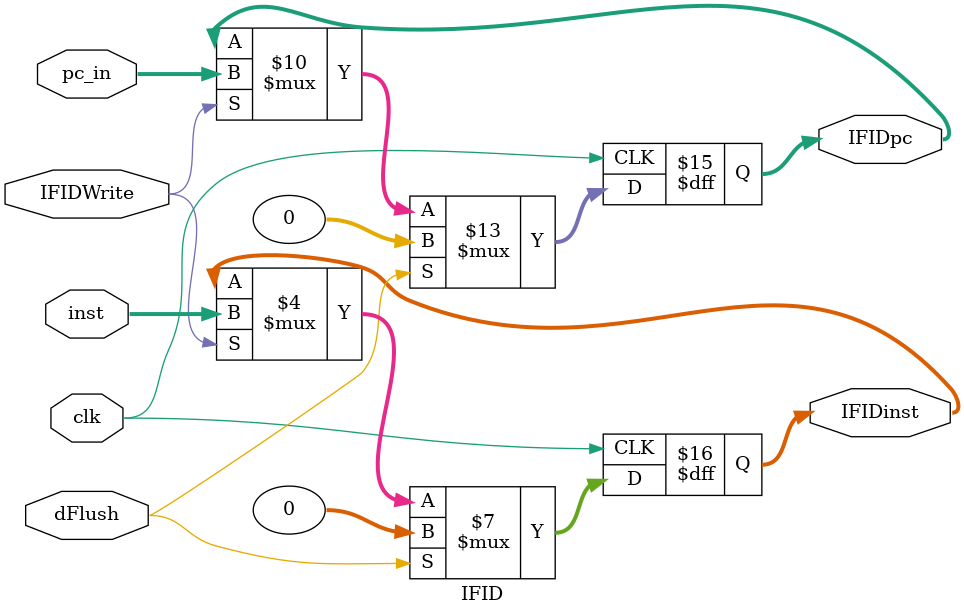
<source format=v>
module IFID(
    input clk,
    
    input [31:0]pc_in,
    input [31:0] inst,
    input IFIDWrite,

    output reg [31:0] IFIDpc,
    output reg [31:0] IFIDinst,
    
    //hazard_detection
    input dFlush
);

always@(posedge clk) begin
    if(dFlush) begin
        IFIDpc <= 32'b0;
        IFIDinst <= 32'b0;
    end
    else if(!IFIDWrite) begin
        IFIDpc <= IFIDpc;
        IFIDinst <= IFIDinst;
    end
    else begin
        IFIDpc <= pc_in;
        IFIDinst <= inst;
    end
end

endmodule
</source>
